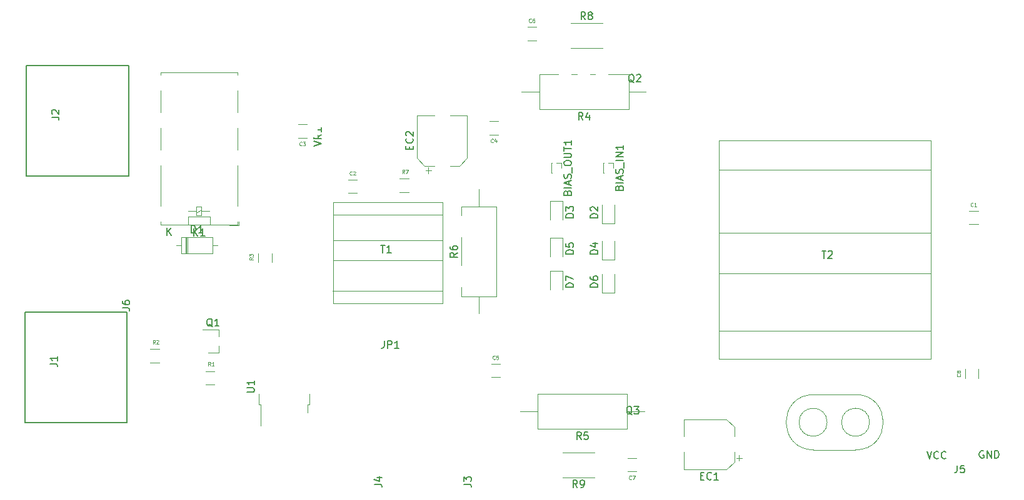
<source format=gto>
G04 #@! TF.GenerationSoftware,KiCad,Pcbnew,5.1.12-unknown-nightly-202112011503*
G04 #@! TF.CreationDate,2022-01-19T18:07:55-06:00*
G04 #@! TF.ProjectId,70W-Amplifier,3730572d-416d-4706-9c69-666965722e6b,rev?*
G04 #@! TF.SameCoordinates,Original*
G04 #@! TF.FileFunction,Legend,Top*
G04 #@! TF.FilePolarity,Positive*
%FSLAX46Y46*%
G04 Gerber Fmt 4.6, Leading zero omitted, Abs format (unit mm)*
G04 Created by KiCad (PCBNEW 5.1.12-unknown-nightly-202112011503) date 2022-01-19 18:07:55*
%MOMM*%
%LPD*%
G01*
G04 APERTURE LIST*
%ADD10C,0.120000*%
%ADD11C,0.127000*%
%ADD12C,0.150000*%
%ADD13C,0.125000*%
%ADD14C,0.124968*%
%ADD15R,0.450000X0.600000*%
%ADD16R,0.850000X0.850000*%
%ADD17C,3.000000*%
%ADD18R,3.000000X3.500000*%
%ADD19R,3.500000X3.000000*%
%ADD20R,3.000000X2.000000*%
%ADD21R,2.200000X3.000000*%
%ADD22R,1.750000X3.000000*%
%ADD23R,4.000000X4.000000*%
%ADD24R,0.900000X0.800000*%
%ADD25R,3.000000X3.000000*%
%ADD26R,5.800000X6.400000*%
%ADD27R,1.200000X2.200000*%
%ADD28O,2.819200X1.511200*%
%ADD29C,3.419200*%
%ADD30R,3.250000X1.500000*%
%ADD31O,1.600000X1.600000*%
%ADD32R,1.600000X1.600000*%
G04 APERTURE END LIST*
D10*
X149350000Y-84450000D02*
X147650000Y-84450000D01*
X147650000Y-84450000D02*
X147650000Y-87000000D01*
X149350000Y-84450000D02*
X149350000Y-87000000D01*
X154650000Y-87450000D02*
X156350000Y-87450000D01*
X156350000Y-87450000D02*
X156350000Y-84900000D01*
X154650000Y-87450000D02*
X154650000Y-84900000D01*
X149350000Y-79950000D02*
X147650000Y-79950000D01*
X147650000Y-79950000D02*
X147650000Y-82500000D01*
X149350000Y-79950000D02*
X149350000Y-82500000D01*
X154650000Y-82950000D02*
X156350000Y-82950000D01*
X156350000Y-82950000D02*
X156350000Y-80400000D01*
X154650000Y-82950000D02*
X154650000Y-80400000D01*
X149350000Y-75000000D02*
X147650000Y-75000000D01*
X147650000Y-75000000D02*
X147650000Y-77550000D01*
X149350000Y-75000000D02*
X149350000Y-77550000D01*
X154650000Y-78050000D02*
X156350000Y-78050000D01*
X156350000Y-78050000D02*
X156350000Y-75500000D01*
X154650000Y-78050000D02*
X154650000Y-75500000D01*
X147815000Y-69805000D02*
X147815000Y-71195000D01*
X147815000Y-69805000D02*
X147940000Y-69805000D01*
X147815000Y-71195000D02*
X147940000Y-71195000D01*
X147815000Y-69805000D02*
X147815000Y-69891724D01*
X147815000Y-71108276D02*
X147815000Y-71195000D01*
X148500000Y-69805000D02*
X149185000Y-69805000D01*
X149185000Y-69805000D02*
X149185000Y-70500000D01*
X154815000Y-69805000D02*
X154815000Y-71195000D01*
X154815000Y-69805000D02*
X154940000Y-69805000D01*
X154815000Y-71195000D02*
X154940000Y-71195000D01*
X154815000Y-69805000D02*
X154815000Y-69891724D01*
X154815000Y-71108276D02*
X154815000Y-71195000D01*
X155500000Y-69805000D02*
X156185000Y-69805000D01*
X156185000Y-69805000D02*
X156185000Y-70500000D01*
X203840000Y-99002064D02*
X203840000Y-97797936D01*
X205660000Y-99002064D02*
X205660000Y-97797936D01*
X136410000Y-63390000D02*
X134060000Y-63390000D01*
X129590000Y-63390000D02*
X131940000Y-63390000D01*
X129590000Y-69145563D02*
X129590000Y-63390000D01*
X136410000Y-69145563D02*
X136410000Y-63390000D01*
X135345563Y-70210000D02*
X134060000Y-70210000D01*
X130654437Y-70210000D02*
X131940000Y-70210000D01*
X130654437Y-70210000D02*
X129590000Y-69145563D01*
X135345563Y-70210000D02*
X136410000Y-69145563D01*
X131152500Y-71237500D02*
X131152500Y-70450000D01*
X130758750Y-70843750D02*
X131546250Y-70843750D01*
X190910000Y-105000000D02*
G75*
G03*
X190910000Y-105000000I-1900000J0D01*
G01*
X189054000Y-101250000D02*
X183354000Y-101250000D01*
X188960000Y-108750000D02*
X183260000Y-108750000D01*
X185160000Y-105000000D02*
G75*
G03*
X185160000Y-105000000I-1900000J0D01*
G01*
X183354000Y-101250000D02*
G75*
G03*
X183354000Y-108750000I0J-3750000D01*
G01*
X189010000Y-101250000D02*
G75*
G02*
X189010000Y-108750000I0J-3750000D01*
G01*
X138000000Y-73120000D02*
X138000000Y-75770000D01*
X138000000Y-90560000D02*
X138000000Y-87910000D01*
X135630000Y-75770000D02*
X135630000Y-87910000D01*
X140370000Y-75770000D02*
X135630000Y-75770000D01*
X140370000Y-87910000D02*
X140370000Y-75770000D01*
X135630000Y-87910000D02*
X140370000Y-87910000D01*
X143294000Y-103500000D02*
X145944000Y-103500000D01*
X160734000Y-103500000D02*
X158084000Y-103500000D01*
X145944000Y-105870000D02*
X158084000Y-105870000D01*
X145944000Y-101130000D02*
X145944000Y-105870000D01*
X158084000Y-101130000D02*
X145944000Y-101130000D01*
X158084000Y-105870000D02*
X158084000Y-101130000D01*
X143532000Y-60158000D02*
X146182000Y-60158000D01*
X160972000Y-60158000D02*
X158322000Y-60158000D01*
X146182000Y-62528000D02*
X158322000Y-62528000D01*
X146182000Y-57788000D02*
X146182000Y-62528000D01*
X158322000Y-57788000D02*
X146182000Y-57788000D01*
X158322000Y-62528000D02*
X158322000Y-57788000D01*
X99736000Y-76970000D02*
X100436000Y-76970000D01*
X99736000Y-75770000D02*
X99736000Y-76970000D01*
X100436000Y-75770000D02*
X99736000Y-75770000D01*
X100436000Y-76970000D02*
X100436000Y-75770000D01*
X100436000Y-76170000D02*
X99736000Y-76570000D01*
X99736000Y-76340000D02*
X98636000Y-76340000D01*
X100436000Y-76340000D02*
X101536000Y-76340000D01*
X98606000Y-77120000D02*
X98606000Y-78180000D01*
X101606000Y-77120000D02*
X98606000Y-77120000D01*
X101606000Y-78180000D02*
X101606000Y-77140000D01*
X94906000Y-78180000D02*
X105286000Y-78180000D01*
X94906000Y-57590000D02*
X94906000Y-78180000D01*
X105286000Y-57590000D02*
X94906000Y-57590000D01*
X105286000Y-78180000D02*
X105286000Y-57590000D01*
X105446000Y-77030000D02*
X105446000Y-78330000D01*
X105446000Y-78330000D02*
X104236000Y-78330000D01*
X153667064Y-112494000D02*
X149312936Y-112494000D01*
X153667064Y-109074000D02*
X149312936Y-109074000D01*
X150401436Y-50828000D02*
X154755564Y-50828000D01*
X150401436Y-54248000D02*
X154755564Y-54248000D01*
X159334064Y-109874000D02*
X158129936Y-109874000D01*
X159334064Y-111694000D02*
X158129936Y-111694000D01*
X144571936Y-53194000D02*
X145776064Y-53194000D01*
X144571936Y-51374000D02*
X145776064Y-51374000D01*
X199200000Y-96400000D02*
X170500000Y-96400000D01*
X170500000Y-96400000D02*
X170500000Y-66800000D01*
X170500000Y-66800000D02*
X199200000Y-66800000D01*
X199200000Y-66800000D02*
X199200000Y-96400000D01*
X199200000Y-92600000D02*
X170500000Y-92600000D01*
X199200000Y-84800000D02*
X170500000Y-84800000D01*
X199200000Y-79300000D02*
X170500000Y-79300000D01*
X199200000Y-70800000D02*
X170500000Y-70800000D01*
X102760000Y-95580000D02*
X102760000Y-94650000D01*
X102760000Y-92420000D02*
X102760000Y-93350000D01*
X102760000Y-92420000D02*
X100600000Y-92420000D01*
X102760000Y-95580000D02*
X101300000Y-95580000D01*
X118262000Y-75166000D02*
X133062000Y-75166000D01*
X133062000Y-75166000D02*
X133062000Y-88866000D01*
X133062000Y-88866000D02*
X118262000Y-88866000D01*
X118262000Y-88866000D02*
X118262000Y-75166000D01*
X118262000Y-76866000D02*
X133062000Y-76866000D01*
X118262000Y-80366000D02*
X133062000Y-80366000D01*
X118262000Y-83066000D02*
X133062000Y-83066000D01*
X118162000Y-87166000D02*
X133062000Y-87166000D01*
X108168000Y-101126000D02*
X108168000Y-102626000D01*
X108168000Y-102626000D02*
X108438000Y-102626000D01*
X108438000Y-102626000D02*
X108438000Y-105456000D01*
X115068000Y-101126000D02*
X115068000Y-102626000D01*
X115068000Y-102626000D02*
X114798000Y-102626000D01*
X114798000Y-102626000D02*
X114798000Y-103726000D01*
D11*
X90551800Y-71573000D02*
X90551800Y-56587000D01*
X76708800Y-71573000D02*
X90551800Y-71573000D01*
X90551800Y-56587000D02*
X76708800Y-56587000D01*
X76708800Y-56587000D02*
X76708800Y-71573000D01*
X90347800Y-105029000D02*
X90347800Y-90043000D01*
X76504800Y-105029000D02*
X90347800Y-105029000D01*
X90347800Y-90043000D02*
X76504800Y-90043000D01*
X76504800Y-90043000D02*
X76504800Y-105029000D01*
D10*
X127270936Y-71967000D02*
X128475064Y-71967000D01*
X127270936Y-73787000D02*
X128475064Y-73787000D01*
X108133000Y-83295064D02*
X108133000Y-82090936D01*
X109953000Y-83295064D02*
X109953000Y-82090936D01*
X93497936Y-95090000D02*
X94702064Y-95090000D01*
X93497936Y-96910000D02*
X94702064Y-96910000D01*
X100997936Y-98090000D02*
X102202064Y-98090000D01*
X100997936Y-99910000D02*
X102202064Y-99910000D01*
X165790000Y-104590000D02*
X165790000Y-106940000D01*
X165790000Y-111410000D02*
X165790000Y-109060000D01*
X171545563Y-111410000D02*
X165790000Y-111410000D01*
X171545563Y-104590000D02*
X165790000Y-104590000D01*
X172610000Y-105654437D02*
X172610000Y-106940000D01*
X172610000Y-110345563D02*
X172610000Y-109060000D01*
X172610000Y-110345563D02*
X171545563Y-111410000D01*
X172610000Y-105654437D02*
X171545563Y-104590000D01*
X173637500Y-109847500D02*
X172850000Y-109847500D01*
X173243750Y-110241250D02*
X173243750Y-109453750D01*
X97690000Y-79880000D02*
X97690000Y-82120000D01*
X97690000Y-82120000D02*
X101930000Y-82120000D01*
X101930000Y-82120000D02*
X101930000Y-79880000D01*
X101930000Y-79880000D02*
X97690000Y-79880000D01*
X97040000Y-81000000D02*
X97690000Y-81000000D01*
X102580000Y-81000000D02*
X101930000Y-81000000D01*
X98410000Y-79880000D02*
X98410000Y-82120000D01*
X98530000Y-79880000D02*
X98530000Y-82120000D01*
X98290000Y-79880000D02*
X98290000Y-82120000D01*
X139647936Y-98910000D02*
X140852064Y-98910000D01*
X139647936Y-97090000D02*
X140852064Y-97090000D01*
X140598064Y-64182000D02*
X139393936Y-64182000D01*
X140598064Y-66002000D02*
X139393936Y-66002000D01*
X114702064Y-64590000D02*
X113497936Y-64590000D01*
X114702064Y-66410000D02*
X113497936Y-66410000D01*
X120297936Y-73910000D02*
X121502064Y-73910000D01*
X120297936Y-72090000D02*
X121502064Y-72090000D01*
X204397936Y-78160000D02*
X205602064Y-78160000D01*
X204397936Y-76340000D02*
X205602064Y-76340000D01*
D12*
X150802380Y-86688095D02*
X149802380Y-86688095D01*
X149802380Y-86450000D01*
X149850000Y-86307142D01*
X149945238Y-86211904D01*
X150040476Y-86164285D01*
X150230952Y-86116666D01*
X150373809Y-86116666D01*
X150564285Y-86164285D01*
X150659523Y-86211904D01*
X150754761Y-86307142D01*
X150802380Y-86450000D01*
X150802380Y-86688095D01*
X149802380Y-85783333D02*
X149802380Y-85116666D01*
X150802380Y-85545238D01*
X154102380Y-86688095D02*
X153102380Y-86688095D01*
X153102380Y-86450000D01*
X153150000Y-86307142D01*
X153245238Y-86211904D01*
X153340476Y-86164285D01*
X153530952Y-86116666D01*
X153673809Y-86116666D01*
X153864285Y-86164285D01*
X153959523Y-86211904D01*
X154054761Y-86307142D01*
X154102380Y-86450000D01*
X154102380Y-86688095D01*
X153102380Y-85259523D02*
X153102380Y-85450000D01*
X153150000Y-85545238D01*
X153197619Y-85592857D01*
X153340476Y-85688095D01*
X153530952Y-85735714D01*
X153911904Y-85735714D01*
X154007142Y-85688095D01*
X154054761Y-85640476D01*
X154102380Y-85545238D01*
X154102380Y-85354761D01*
X154054761Y-85259523D01*
X154007142Y-85211904D01*
X153911904Y-85164285D01*
X153673809Y-85164285D01*
X153578571Y-85211904D01*
X153530952Y-85259523D01*
X153483333Y-85354761D01*
X153483333Y-85545238D01*
X153530952Y-85640476D01*
X153578571Y-85688095D01*
X153673809Y-85735714D01*
X150802380Y-82188095D02*
X149802380Y-82188095D01*
X149802380Y-81950000D01*
X149850000Y-81807142D01*
X149945238Y-81711904D01*
X150040476Y-81664285D01*
X150230952Y-81616666D01*
X150373809Y-81616666D01*
X150564285Y-81664285D01*
X150659523Y-81711904D01*
X150754761Y-81807142D01*
X150802380Y-81950000D01*
X150802380Y-82188095D01*
X149802380Y-80711904D02*
X149802380Y-81188095D01*
X150278571Y-81235714D01*
X150230952Y-81188095D01*
X150183333Y-81092857D01*
X150183333Y-80854761D01*
X150230952Y-80759523D01*
X150278571Y-80711904D01*
X150373809Y-80664285D01*
X150611904Y-80664285D01*
X150707142Y-80711904D01*
X150754761Y-80759523D01*
X150802380Y-80854761D01*
X150802380Y-81092857D01*
X150754761Y-81188095D01*
X150707142Y-81235714D01*
X154102380Y-82188095D02*
X153102380Y-82188095D01*
X153102380Y-81950000D01*
X153150000Y-81807142D01*
X153245238Y-81711904D01*
X153340476Y-81664285D01*
X153530952Y-81616666D01*
X153673809Y-81616666D01*
X153864285Y-81664285D01*
X153959523Y-81711904D01*
X154054761Y-81807142D01*
X154102380Y-81950000D01*
X154102380Y-82188095D01*
X153435714Y-80759523D02*
X154102380Y-80759523D01*
X153054761Y-80997619D02*
X153769047Y-81235714D01*
X153769047Y-80616666D01*
X150802380Y-77238095D02*
X149802380Y-77238095D01*
X149802380Y-77000000D01*
X149850000Y-76857142D01*
X149945238Y-76761904D01*
X150040476Y-76714285D01*
X150230952Y-76666666D01*
X150373809Y-76666666D01*
X150564285Y-76714285D01*
X150659523Y-76761904D01*
X150754761Y-76857142D01*
X150802380Y-77000000D01*
X150802380Y-77238095D01*
X149802380Y-76333333D02*
X149802380Y-75714285D01*
X150183333Y-76047619D01*
X150183333Y-75904761D01*
X150230952Y-75809523D01*
X150278571Y-75761904D01*
X150373809Y-75714285D01*
X150611904Y-75714285D01*
X150707142Y-75761904D01*
X150754761Y-75809523D01*
X150802380Y-75904761D01*
X150802380Y-76190476D01*
X150754761Y-76285714D01*
X150707142Y-76333333D01*
X154102380Y-77288095D02*
X153102380Y-77288095D01*
X153102380Y-77050000D01*
X153150000Y-76907142D01*
X153245238Y-76811904D01*
X153340476Y-76764285D01*
X153530952Y-76716666D01*
X153673809Y-76716666D01*
X153864285Y-76764285D01*
X153959523Y-76811904D01*
X154054761Y-76907142D01*
X154102380Y-77050000D01*
X154102380Y-77288095D01*
X153197619Y-76335714D02*
X153150000Y-76288095D01*
X153102380Y-76192857D01*
X153102380Y-75954761D01*
X153150000Y-75859523D01*
X153197619Y-75811904D01*
X153292857Y-75764285D01*
X153388095Y-75764285D01*
X153530952Y-75811904D01*
X154102380Y-76383333D01*
X154102380Y-75764285D01*
X149988571Y-73857142D02*
X150036190Y-73714285D01*
X150083809Y-73666666D01*
X150179047Y-73619047D01*
X150321904Y-73619047D01*
X150417142Y-73666666D01*
X150464761Y-73714285D01*
X150512380Y-73809523D01*
X150512380Y-74190476D01*
X149512380Y-74190476D01*
X149512380Y-73857142D01*
X149560000Y-73761904D01*
X149607619Y-73714285D01*
X149702857Y-73666666D01*
X149798095Y-73666666D01*
X149893333Y-73714285D01*
X149940952Y-73761904D01*
X149988571Y-73857142D01*
X149988571Y-74190476D01*
X150512380Y-73190476D02*
X149512380Y-73190476D01*
X150226666Y-72761904D02*
X150226666Y-72285714D01*
X150512380Y-72857142D02*
X149512380Y-72523809D01*
X150512380Y-72190476D01*
X150464761Y-71904761D02*
X150512380Y-71761904D01*
X150512380Y-71523809D01*
X150464761Y-71428571D01*
X150417142Y-71380952D01*
X150321904Y-71333333D01*
X150226666Y-71333333D01*
X150131428Y-71380952D01*
X150083809Y-71428571D01*
X150036190Y-71523809D01*
X149988571Y-71714285D01*
X149940952Y-71809523D01*
X149893333Y-71857142D01*
X149798095Y-71904761D01*
X149702857Y-71904761D01*
X149607619Y-71857142D01*
X149560000Y-71809523D01*
X149512380Y-71714285D01*
X149512380Y-71476190D01*
X149560000Y-71333333D01*
X150607619Y-71142857D02*
X150607619Y-70380952D01*
X149512380Y-69952380D02*
X149512380Y-69761904D01*
X149560000Y-69666666D01*
X149655238Y-69571428D01*
X149845714Y-69523809D01*
X150179047Y-69523809D01*
X150369523Y-69571428D01*
X150464761Y-69666666D01*
X150512380Y-69761904D01*
X150512380Y-69952380D01*
X150464761Y-70047619D01*
X150369523Y-70142857D01*
X150179047Y-70190476D01*
X149845714Y-70190476D01*
X149655238Y-70142857D01*
X149560000Y-70047619D01*
X149512380Y-69952380D01*
X149512380Y-69095238D02*
X150321904Y-69095238D01*
X150417142Y-69047619D01*
X150464761Y-69000000D01*
X150512380Y-68904761D01*
X150512380Y-68714285D01*
X150464761Y-68619047D01*
X150417142Y-68571428D01*
X150321904Y-68523809D01*
X149512380Y-68523809D01*
X149512380Y-68190476D02*
X149512380Y-67619047D01*
X150512380Y-67904761D02*
X149512380Y-67904761D01*
X150512380Y-66761904D02*
X150512380Y-67333333D01*
X150512380Y-67047619D02*
X149512380Y-67047619D01*
X149655238Y-67142857D01*
X149750476Y-67238095D01*
X149798095Y-67333333D01*
X156988571Y-73190476D02*
X157036190Y-73047619D01*
X157083809Y-73000000D01*
X157179047Y-72952380D01*
X157321904Y-72952380D01*
X157417142Y-73000000D01*
X157464761Y-73047619D01*
X157512380Y-73142857D01*
X157512380Y-73523809D01*
X156512380Y-73523809D01*
X156512380Y-73190476D01*
X156560000Y-73095238D01*
X156607619Y-73047619D01*
X156702857Y-73000000D01*
X156798095Y-73000000D01*
X156893333Y-73047619D01*
X156940952Y-73095238D01*
X156988571Y-73190476D01*
X156988571Y-73523809D01*
X157512380Y-72523809D02*
X156512380Y-72523809D01*
X157226666Y-72095238D02*
X157226666Y-71619047D01*
X157512380Y-72190476D02*
X156512380Y-71857142D01*
X157512380Y-71523809D01*
X157464761Y-71238095D02*
X157512380Y-71095238D01*
X157512380Y-70857142D01*
X157464761Y-70761904D01*
X157417142Y-70714285D01*
X157321904Y-70666666D01*
X157226666Y-70666666D01*
X157131428Y-70714285D01*
X157083809Y-70761904D01*
X157036190Y-70857142D01*
X156988571Y-71047619D01*
X156940952Y-71142857D01*
X156893333Y-71190476D01*
X156798095Y-71238095D01*
X156702857Y-71238095D01*
X156607619Y-71190476D01*
X156560000Y-71142857D01*
X156512380Y-71047619D01*
X156512380Y-70809523D01*
X156560000Y-70666666D01*
X157607619Y-70476190D02*
X157607619Y-69714285D01*
X157512380Y-69476190D02*
X156512380Y-69476190D01*
X157512380Y-69000000D02*
X156512380Y-69000000D01*
X157512380Y-68428571D01*
X156512380Y-68428571D01*
X157512380Y-67428571D02*
X157512380Y-68000000D01*
X157512380Y-67714285D02*
X156512380Y-67714285D01*
X156655238Y-67809523D01*
X156750476Y-67904761D01*
X156798095Y-68000000D01*
D13*
X203178571Y-98483333D02*
X203202380Y-98507142D01*
X203226190Y-98578571D01*
X203226190Y-98626190D01*
X203202380Y-98697619D01*
X203154761Y-98745238D01*
X203107142Y-98769047D01*
X203011904Y-98792857D01*
X202940476Y-98792857D01*
X202845238Y-98769047D01*
X202797619Y-98745238D01*
X202750000Y-98697619D01*
X202726190Y-98626190D01*
X202726190Y-98578571D01*
X202750000Y-98507142D01*
X202773809Y-98483333D01*
X202940476Y-98197619D02*
X202916666Y-98245238D01*
X202892857Y-98269047D01*
X202845238Y-98292857D01*
X202821428Y-98292857D01*
X202773809Y-98269047D01*
X202750000Y-98245238D01*
X202726190Y-98197619D01*
X202726190Y-98102380D01*
X202750000Y-98054761D01*
X202773809Y-98030952D01*
X202821428Y-98007142D01*
X202845238Y-98007142D01*
X202892857Y-98030952D01*
X202916666Y-98054761D01*
X202940476Y-98102380D01*
X202940476Y-98197619D01*
X202964285Y-98245238D01*
X202988095Y-98269047D01*
X203035714Y-98292857D01*
X203130952Y-98292857D01*
X203178571Y-98269047D01*
X203202380Y-98245238D01*
X203226190Y-98197619D01*
X203226190Y-98102380D01*
X203202380Y-98054761D01*
X203178571Y-98030952D01*
X203130952Y-98007142D01*
X203035714Y-98007142D01*
X202988095Y-98030952D01*
X202964285Y-98054761D01*
X202940476Y-98102380D01*
D12*
X128578571Y-67990476D02*
X128578571Y-67657142D01*
X129102380Y-67514285D02*
X129102380Y-67990476D01*
X128102380Y-67990476D01*
X128102380Y-67514285D01*
X129007142Y-66514285D02*
X129054761Y-66561904D01*
X129102380Y-66704761D01*
X129102380Y-66800000D01*
X129054761Y-66942857D01*
X128959523Y-67038095D01*
X128864285Y-67085714D01*
X128673809Y-67133333D01*
X128530952Y-67133333D01*
X128340476Y-67085714D01*
X128245238Y-67038095D01*
X128150000Y-66942857D01*
X128102380Y-66800000D01*
X128102380Y-66704761D01*
X128150000Y-66561904D01*
X128197619Y-66514285D01*
X128197619Y-66133333D02*
X128150000Y-66085714D01*
X128102380Y-65990476D01*
X128102380Y-65752380D01*
X128150000Y-65657142D01*
X128197619Y-65609523D01*
X128292857Y-65561904D01*
X128388095Y-65561904D01*
X128530952Y-65609523D01*
X129102380Y-66180952D01*
X129102380Y-65561904D01*
X89705540Y-89474533D02*
X90419826Y-89474533D01*
X90562683Y-89522152D01*
X90657921Y-89617390D01*
X90705540Y-89760247D01*
X90705540Y-89855485D01*
X89705540Y-88569771D02*
X89705540Y-88760247D01*
X89753160Y-88855485D01*
X89800779Y-88903104D01*
X89943636Y-88998342D01*
X90134112Y-89045961D01*
X90515064Y-89045961D01*
X90610302Y-88998342D01*
X90657921Y-88950723D01*
X90705540Y-88855485D01*
X90705540Y-88665009D01*
X90657921Y-88569771D01*
X90610302Y-88522152D01*
X90515064Y-88474533D01*
X90276969Y-88474533D01*
X90181731Y-88522152D01*
X90134112Y-88569771D01*
X90086493Y-88665009D01*
X90086493Y-88855485D01*
X90134112Y-88950723D01*
X90181731Y-88998342D01*
X90276969Y-89045961D01*
X202766666Y-110852380D02*
X202766666Y-111566666D01*
X202719047Y-111709523D01*
X202623809Y-111804761D01*
X202480952Y-111852380D01*
X202385714Y-111852380D01*
X203719047Y-110852380D02*
X203242857Y-110852380D01*
X203195238Y-111328571D01*
X203242857Y-111280952D01*
X203338095Y-111233333D01*
X203576190Y-111233333D01*
X203671428Y-111280952D01*
X203719047Y-111328571D01*
X203766666Y-111423809D01*
X203766666Y-111661904D01*
X203719047Y-111757142D01*
X203671428Y-111804761D01*
X203576190Y-111852380D01*
X203338095Y-111852380D01*
X203242857Y-111804761D01*
X203195238Y-111757142D01*
X198666666Y-108952380D02*
X199000000Y-109952380D01*
X199333333Y-108952380D01*
X200238095Y-109857142D02*
X200190476Y-109904761D01*
X200047619Y-109952380D01*
X199952380Y-109952380D01*
X199809523Y-109904761D01*
X199714285Y-109809523D01*
X199666666Y-109714285D01*
X199619047Y-109523809D01*
X199619047Y-109380952D01*
X199666666Y-109190476D01*
X199714285Y-109095238D01*
X199809523Y-109000000D01*
X199952380Y-108952380D01*
X200047619Y-108952380D01*
X200190476Y-109000000D01*
X200238095Y-109047619D01*
X201238095Y-109857142D02*
X201190476Y-109904761D01*
X201047619Y-109952380D01*
X200952380Y-109952380D01*
X200809523Y-109904761D01*
X200714285Y-109809523D01*
X200666666Y-109714285D01*
X200619047Y-109523809D01*
X200619047Y-109380952D01*
X200666666Y-109190476D01*
X200714285Y-109095238D01*
X200809523Y-109000000D01*
X200952380Y-108952380D01*
X201047619Y-108952380D01*
X201190476Y-109000000D01*
X201238095Y-109047619D01*
X206338095Y-108900000D02*
X206242857Y-108852380D01*
X206100000Y-108852380D01*
X205957142Y-108900000D01*
X205861904Y-108995238D01*
X205814285Y-109090476D01*
X205766666Y-109280952D01*
X205766666Y-109423809D01*
X205814285Y-109614285D01*
X205861904Y-109709523D01*
X205957142Y-109804761D01*
X206100000Y-109852380D01*
X206195238Y-109852380D01*
X206338095Y-109804761D01*
X206385714Y-109757142D01*
X206385714Y-109423809D01*
X206195238Y-109423809D01*
X206814285Y-109852380D02*
X206814285Y-108852380D01*
X207385714Y-109852380D01*
X207385714Y-108852380D01*
X207861904Y-109852380D02*
X207861904Y-108852380D01*
X208100000Y-108852380D01*
X208242857Y-108900000D01*
X208338095Y-108995238D01*
X208385714Y-109090476D01*
X208433333Y-109280952D01*
X208433333Y-109423809D01*
X208385714Y-109614285D01*
X208338095Y-109709523D01*
X208242857Y-109804761D01*
X208100000Y-109852380D01*
X207861904Y-109852380D01*
X178462380Y-105416666D02*
X178462380Y-105892857D01*
X177462380Y-105892857D01*
X178462380Y-104559523D02*
X178462380Y-105130952D01*
X178462380Y-104845238D02*
X177462380Y-104845238D01*
X177605238Y-104940476D01*
X177700476Y-105035714D01*
X177748095Y-105130952D01*
X135082380Y-82006666D02*
X134606190Y-82340000D01*
X135082380Y-82578095D02*
X134082380Y-82578095D01*
X134082380Y-82197142D01*
X134130000Y-82101904D01*
X134177619Y-82054285D01*
X134272857Y-82006666D01*
X134415714Y-82006666D01*
X134510952Y-82054285D01*
X134558571Y-82101904D01*
X134606190Y-82197142D01*
X134606190Y-82578095D01*
X134082380Y-81149523D02*
X134082380Y-81340000D01*
X134130000Y-81435238D01*
X134177619Y-81482857D01*
X134320476Y-81578095D01*
X134510952Y-81625714D01*
X134891904Y-81625714D01*
X134987142Y-81578095D01*
X135034761Y-81530476D01*
X135082380Y-81435238D01*
X135082380Y-81244761D01*
X135034761Y-81149523D01*
X134987142Y-81101904D01*
X134891904Y-81054285D01*
X134653809Y-81054285D01*
X134558571Y-81101904D01*
X134510952Y-81149523D01*
X134463333Y-81244761D01*
X134463333Y-81435238D01*
X134510952Y-81530476D01*
X134558571Y-81578095D01*
X134653809Y-81625714D01*
X151847333Y-107322380D02*
X151514000Y-106846190D01*
X151275904Y-107322380D02*
X151275904Y-106322380D01*
X151656857Y-106322380D01*
X151752095Y-106370000D01*
X151799714Y-106417619D01*
X151847333Y-106512857D01*
X151847333Y-106655714D01*
X151799714Y-106750952D01*
X151752095Y-106798571D01*
X151656857Y-106846190D01*
X151275904Y-106846190D01*
X152752095Y-106322380D02*
X152275904Y-106322380D01*
X152228285Y-106798571D01*
X152275904Y-106750952D01*
X152371142Y-106703333D01*
X152609238Y-106703333D01*
X152704476Y-106750952D01*
X152752095Y-106798571D01*
X152799714Y-106893809D01*
X152799714Y-107131904D01*
X152752095Y-107227142D01*
X152704476Y-107274761D01*
X152609238Y-107322380D01*
X152371142Y-107322380D01*
X152275904Y-107274761D01*
X152228285Y-107227142D01*
X152085333Y-63980380D02*
X151752000Y-63504190D01*
X151513904Y-63980380D02*
X151513904Y-62980380D01*
X151894857Y-62980380D01*
X151990095Y-63028000D01*
X152037714Y-63075619D01*
X152085333Y-63170857D01*
X152085333Y-63313714D01*
X152037714Y-63408952D01*
X151990095Y-63456571D01*
X151894857Y-63504190D01*
X151513904Y-63504190D01*
X152942476Y-63313714D02*
X152942476Y-63980380D01*
X152704380Y-62932761D02*
X152466285Y-63647047D01*
X153085333Y-63647047D01*
X99357904Y-79732380D02*
X99357904Y-78732380D01*
X99929333Y-79732380D02*
X99500761Y-79160952D01*
X99929333Y-78732380D02*
X99357904Y-79303809D01*
X100881714Y-79732380D02*
X100310285Y-79732380D01*
X100596000Y-79732380D02*
X100596000Y-78732380D01*
X100500761Y-78875238D01*
X100405523Y-78970476D01*
X100310285Y-79018095D01*
X115682380Y-67547523D02*
X116682380Y-67214190D01*
X115682380Y-66880857D01*
X116682380Y-65976095D02*
X116206190Y-66309428D01*
X116682380Y-66547523D02*
X115682380Y-66547523D01*
X115682380Y-66166571D01*
X115730000Y-66071333D01*
X115777619Y-66023714D01*
X115872857Y-65976095D01*
X116015714Y-65976095D01*
X116110952Y-66023714D01*
X116158571Y-66071333D01*
X116206190Y-66166571D01*
X116206190Y-66547523D01*
X116682380Y-65023714D02*
X116682380Y-65595142D01*
X116682380Y-65309428D02*
X115682380Y-65309428D01*
X115825238Y-65404666D01*
X115920476Y-65499904D01*
X115968095Y-65595142D01*
X151323333Y-113856380D02*
X150990000Y-113380190D01*
X150751904Y-113856380D02*
X150751904Y-112856380D01*
X151132857Y-112856380D01*
X151228095Y-112904000D01*
X151275714Y-112951619D01*
X151323333Y-113046857D01*
X151323333Y-113189714D01*
X151275714Y-113284952D01*
X151228095Y-113332571D01*
X151132857Y-113380190D01*
X150751904Y-113380190D01*
X151799523Y-113856380D02*
X151990000Y-113856380D01*
X152085238Y-113808761D01*
X152132857Y-113761142D01*
X152228095Y-113618285D01*
X152275714Y-113427809D01*
X152275714Y-113046857D01*
X152228095Y-112951619D01*
X152180476Y-112904000D01*
X152085238Y-112856380D01*
X151894761Y-112856380D01*
X151799523Y-112904000D01*
X151751904Y-112951619D01*
X151704285Y-113046857D01*
X151704285Y-113284952D01*
X151751904Y-113380190D01*
X151799523Y-113427809D01*
X151894761Y-113475428D01*
X152085238Y-113475428D01*
X152180476Y-113427809D01*
X152228095Y-113380190D01*
X152275714Y-113284952D01*
X152411833Y-50370380D02*
X152078500Y-49894190D01*
X151840404Y-50370380D02*
X151840404Y-49370380D01*
X152221357Y-49370380D01*
X152316595Y-49418000D01*
X152364214Y-49465619D01*
X152411833Y-49560857D01*
X152411833Y-49703714D01*
X152364214Y-49798952D01*
X152316595Y-49846571D01*
X152221357Y-49894190D01*
X151840404Y-49894190D01*
X152983261Y-49798952D02*
X152888023Y-49751333D01*
X152840404Y-49703714D01*
X152792785Y-49608476D01*
X152792785Y-49560857D01*
X152840404Y-49465619D01*
X152888023Y-49418000D01*
X152983261Y-49370380D01*
X153173738Y-49370380D01*
X153268976Y-49418000D01*
X153316595Y-49465619D01*
X153364214Y-49560857D01*
X153364214Y-49608476D01*
X153316595Y-49703714D01*
X153268976Y-49751333D01*
X153173738Y-49798952D01*
X152983261Y-49798952D01*
X152888023Y-49846571D01*
X152840404Y-49894190D01*
X152792785Y-49989428D01*
X152792785Y-50179904D01*
X152840404Y-50275142D01*
X152888023Y-50322761D01*
X152983261Y-50370380D01*
X153173738Y-50370380D01*
X153268976Y-50322761D01*
X153316595Y-50275142D01*
X153364214Y-50179904D01*
X153364214Y-49989428D01*
X153316595Y-49894190D01*
X153268976Y-49846571D01*
X153173738Y-49798952D01*
D13*
X158648666Y-112712571D02*
X158624857Y-112736380D01*
X158553428Y-112760190D01*
X158505809Y-112760190D01*
X158434380Y-112736380D01*
X158386761Y-112688761D01*
X158362952Y-112641142D01*
X158339142Y-112545904D01*
X158339142Y-112474476D01*
X158362952Y-112379238D01*
X158386761Y-112331619D01*
X158434380Y-112284000D01*
X158505809Y-112260190D01*
X158553428Y-112260190D01*
X158624857Y-112284000D01*
X158648666Y-112307809D01*
X158815333Y-112260190D02*
X159148666Y-112260190D01*
X158934380Y-112760190D01*
X145090666Y-50712571D02*
X145066857Y-50736380D01*
X144995428Y-50760190D01*
X144947809Y-50760190D01*
X144876380Y-50736380D01*
X144828761Y-50688761D01*
X144804952Y-50641142D01*
X144781142Y-50545904D01*
X144781142Y-50474476D01*
X144804952Y-50379238D01*
X144828761Y-50331619D01*
X144876380Y-50284000D01*
X144947809Y-50260190D01*
X144995428Y-50260190D01*
X145066857Y-50284000D01*
X145090666Y-50307809D01*
X145519238Y-50260190D02*
X145424000Y-50260190D01*
X145376380Y-50284000D01*
X145352571Y-50307809D01*
X145304952Y-50379238D01*
X145281142Y-50474476D01*
X145281142Y-50664952D01*
X145304952Y-50712571D01*
X145328761Y-50736380D01*
X145376380Y-50760190D01*
X145471619Y-50760190D01*
X145519238Y-50736380D01*
X145543047Y-50712571D01*
X145566857Y-50664952D01*
X145566857Y-50545904D01*
X145543047Y-50498285D01*
X145519238Y-50474476D01*
X145471619Y-50450666D01*
X145376380Y-50450666D01*
X145328761Y-50474476D01*
X145304952Y-50498285D01*
X145281142Y-50545904D01*
D12*
X158732921Y-103965619D02*
X158637683Y-103918000D01*
X158542445Y-103822761D01*
X158399588Y-103679904D01*
X158304350Y-103632285D01*
X158209112Y-103632285D01*
X158256731Y-103870380D02*
X158161493Y-103822761D01*
X158066255Y-103727523D01*
X158018636Y-103537047D01*
X158018636Y-103203714D01*
X158066255Y-103013238D01*
X158161493Y-102918000D01*
X158256731Y-102870380D01*
X158447207Y-102870380D01*
X158542445Y-102918000D01*
X158637683Y-103013238D01*
X158685302Y-103203714D01*
X158685302Y-103537047D01*
X158637683Y-103727523D01*
X158542445Y-103822761D01*
X158447207Y-103870380D01*
X158256731Y-103870380D01*
X159018636Y-102870380D02*
X159637683Y-102870380D01*
X159304350Y-103251333D01*
X159447207Y-103251333D01*
X159542445Y-103298952D01*
X159590064Y-103346571D01*
X159637683Y-103441809D01*
X159637683Y-103679904D01*
X159590064Y-103775142D01*
X159542445Y-103822761D01*
X159447207Y-103870380D01*
X159161493Y-103870380D01*
X159066255Y-103822761D01*
X159018636Y-103775142D01*
X159014761Y-58927619D02*
X158919523Y-58880000D01*
X158824285Y-58784761D01*
X158681428Y-58641904D01*
X158586190Y-58594285D01*
X158490952Y-58594285D01*
X158538571Y-58832380D02*
X158443333Y-58784761D01*
X158348095Y-58689523D01*
X158300476Y-58499047D01*
X158300476Y-58165714D01*
X158348095Y-57975238D01*
X158443333Y-57880000D01*
X158538571Y-57832380D01*
X158729047Y-57832380D01*
X158824285Y-57880000D01*
X158919523Y-57975238D01*
X158967142Y-58165714D01*
X158967142Y-58499047D01*
X158919523Y-58689523D01*
X158824285Y-58784761D01*
X158729047Y-58832380D01*
X158538571Y-58832380D01*
X159348095Y-57927619D02*
X159395714Y-57880000D01*
X159490952Y-57832380D01*
X159729047Y-57832380D01*
X159824285Y-57880000D01*
X159871904Y-57927619D01*
X159919523Y-58022857D01*
X159919523Y-58118095D01*
X159871904Y-58260952D01*
X159300476Y-58832380D01*
X159919523Y-58832380D01*
X184438095Y-81752380D02*
X185009523Y-81752380D01*
X184723809Y-82752380D02*
X184723809Y-81752380D01*
X185295238Y-81847619D02*
X185342857Y-81800000D01*
X185438095Y-81752380D01*
X185676190Y-81752380D01*
X185771428Y-81800000D01*
X185819047Y-81847619D01*
X185866666Y-81942857D01*
X185866666Y-82038095D01*
X185819047Y-82180952D01*
X185247619Y-82752380D01*
X185866666Y-82752380D01*
X123858260Y-113414993D02*
X124572546Y-113414993D01*
X124715403Y-113462612D01*
X124810641Y-113557850D01*
X124858260Y-113700707D01*
X124858260Y-113795945D01*
X124191594Y-112510231D02*
X124858260Y-112510231D01*
X123810641Y-112748326D02*
X124524927Y-112986421D01*
X124524927Y-112367374D01*
X135957960Y-113402293D02*
X136672246Y-113402293D01*
X136815103Y-113449912D01*
X136910341Y-113545150D01*
X136957960Y-113688007D01*
X136957960Y-113783245D01*
X135957960Y-113021340D02*
X135957960Y-112402293D01*
X136338913Y-112735626D01*
X136338913Y-112592769D01*
X136386532Y-112497531D01*
X136434151Y-112449912D01*
X136529389Y-112402293D01*
X136767484Y-112402293D01*
X136862722Y-112449912D01*
X136910341Y-112497531D01*
X136957960Y-112592769D01*
X136957960Y-112878483D01*
X136910341Y-112973721D01*
X136862722Y-113021340D01*
X101904761Y-92047619D02*
X101809523Y-92000000D01*
X101714285Y-91904761D01*
X101571428Y-91761904D01*
X101476190Y-91714285D01*
X101380952Y-91714285D01*
X101428571Y-91952380D02*
X101333333Y-91904761D01*
X101238095Y-91809523D01*
X101190476Y-91619047D01*
X101190476Y-91285714D01*
X101238095Y-91095238D01*
X101333333Y-91000000D01*
X101428571Y-90952380D01*
X101619047Y-90952380D01*
X101714285Y-91000000D01*
X101809523Y-91095238D01*
X101857142Y-91285714D01*
X101857142Y-91619047D01*
X101809523Y-91809523D01*
X101714285Y-91904761D01*
X101619047Y-91952380D01*
X101428571Y-91952380D01*
X102809523Y-91952380D02*
X102238095Y-91952380D01*
X102523809Y-91952380D02*
X102523809Y-90952380D01*
X102428571Y-91095238D01*
X102333333Y-91190476D01*
X102238095Y-91238095D01*
X124700095Y-81002380D02*
X125271523Y-81002380D01*
X124985809Y-82002380D02*
X124985809Y-81002380D01*
X126128666Y-82002380D02*
X125557238Y-82002380D01*
X125842952Y-82002380D02*
X125842952Y-81002380D01*
X125747714Y-81145238D01*
X125652476Y-81240476D01*
X125557238Y-81288095D01*
X106570380Y-100917904D02*
X107379904Y-100917904D01*
X107475142Y-100870285D01*
X107522761Y-100822666D01*
X107570380Y-100727428D01*
X107570380Y-100536952D01*
X107522761Y-100441714D01*
X107475142Y-100394095D01*
X107379904Y-100346476D01*
X106570380Y-100346476D01*
X107570380Y-99346476D02*
X107570380Y-99917904D01*
X107570380Y-99632190D02*
X106570380Y-99632190D01*
X106713238Y-99727428D01*
X106808476Y-99822666D01*
X106856095Y-99917904D01*
X80132380Y-63613333D02*
X80846666Y-63613333D01*
X80989523Y-63660952D01*
X81084761Y-63756190D01*
X81132380Y-63899047D01*
X81132380Y-63994285D01*
X80227619Y-63184761D02*
X80180000Y-63137142D01*
X80132380Y-63041904D01*
X80132380Y-62803809D01*
X80180000Y-62708571D01*
X80227619Y-62660952D01*
X80322857Y-62613333D01*
X80418095Y-62613333D01*
X80560952Y-62660952D01*
X81132380Y-63232380D01*
X81132380Y-62613333D01*
X79928380Y-97069333D02*
X80642666Y-97069333D01*
X80785523Y-97116952D01*
X80880761Y-97212190D01*
X80928380Y-97355047D01*
X80928380Y-97450285D01*
X80928380Y-96069333D02*
X80928380Y-96640761D01*
X80928380Y-96355047D02*
X79928380Y-96355047D01*
X80071238Y-96450285D01*
X80166476Y-96545523D01*
X80214095Y-96640761D01*
D14*
X127916688Y-71226132D02*
X127750064Y-70988098D01*
X127631046Y-71226132D02*
X127631046Y-70726260D01*
X127821474Y-70726260D01*
X127869081Y-70750064D01*
X127892884Y-70773867D01*
X127916688Y-70821474D01*
X127916688Y-70892884D01*
X127892884Y-70940491D01*
X127869081Y-70964294D01*
X127821474Y-70988098D01*
X127631046Y-70988098D01*
X128083312Y-70726260D02*
X128416560Y-70726260D01*
X128202329Y-71226132D01*
X107392132Y-82649312D02*
X107154098Y-82815936D01*
X107392132Y-82934953D02*
X106892260Y-82934953D01*
X106892260Y-82744525D01*
X106916064Y-82696918D01*
X106939867Y-82673115D01*
X106987474Y-82649312D01*
X107058884Y-82649312D01*
X107106491Y-82673115D01*
X107130294Y-82696918D01*
X107154098Y-82744525D01*
X107154098Y-82934953D01*
X106892260Y-82482688D02*
X106892260Y-82173243D01*
X107082688Y-82339867D01*
X107082688Y-82268457D01*
X107106491Y-82220850D01*
X107130294Y-82197046D01*
X107177901Y-82173243D01*
X107296918Y-82173243D01*
X107344525Y-82197046D01*
X107368329Y-82220850D01*
X107392132Y-82268457D01*
X107392132Y-82411277D01*
X107368329Y-82458884D01*
X107344525Y-82482688D01*
X94143688Y-94349132D02*
X93977064Y-94111098D01*
X93858046Y-94349132D02*
X93858046Y-93849260D01*
X94048474Y-93849260D01*
X94096081Y-93873064D01*
X94119884Y-93896867D01*
X94143688Y-93944474D01*
X94143688Y-94015884D01*
X94119884Y-94063491D01*
X94096081Y-94087294D01*
X94048474Y-94111098D01*
X93858046Y-94111098D01*
X94334115Y-93896867D02*
X94357918Y-93873064D01*
X94405525Y-93849260D01*
X94524542Y-93849260D01*
X94572149Y-93873064D01*
X94595953Y-93896867D01*
X94619756Y-93944474D01*
X94619756Y-93992081D01*
X94595953Y-94063491D01*
X94310312Y-94349132D01*
X94619756Y-94349132D01*
X101643688Y-97349132D02*
X101477064Y-97111098D01*
X101358046Y-97349132D02*
X101358046Y-96849260D01*
X101548474Y-96849260D01*
X101596081Y-96873064D01*
X101619884Y-96896867D01*
X101643688Y-96944474D01*
X101643688Y-97015884D01*
X101619884Y-97063491D01*
X101596081Y-97087294D01*
X101548474Y-97111098D01*
X101358046Y-97111098D01*
X102119756Y-97349132D02*
X101834115Y-97349132D01*
X101976936Y-97349132D02*
X101976936Y-96849260D01*
X101929329Y-96920670D01*
X101881722Y-96968277D01*
X101834115Y-96992081D01*
D12*
X125166666Y-93952380D02*
X125166666Y-94666666D01*
X125119047Y-94809523D01*
X125023809Y-94904761D01*
X124880952Y-94952380D01*
X124785714Y-94952380D01*
X125642857Y-94952380D02*
X125642857Y-93952380D01*
X126023809Y-93952380D01*
X126119047Y-94000000D01*
X126166666Y-94047619D01*
X126214285Y-94142857D01*
X126214285Y-94285714D01*
X126166666Y-94380952D01*
X126119047Y-94428571D01*
X126023809Y-94476190D01*
X125642857Y-94476190D01*
X127166666Y-94952380D02*
X126595238Y-94952380D01*
X126880952Y-94952380D02*
X126880952Y-93952380D01*
X126785714Y-94095238D01*
X126690476Y-94190476D01*
X126595238Y-94238095D01*
X168009523Y-112278571D02*
X168342857Y-112278571D01*
X168485714Y-112802380D02*
X168009523Y-112802380D01*
X168009523Y-111802380D01*
X168485714Y-111802380D01*
X169485714Y-112707142D02*
X169438095Y-112754761D01*
X169295238Y-112802380D01*
X169200000Y-112802380D01*
X169057142Y-112754761D01*
X168961904Y-112659523D01*
X168914285Y-112564285D01*
X168866666Y-112373809D01*
X168866666Y-112230952D01*
X168914285Y-112040476D01*
X168961904Y-111945238D01*
X169057142Y-111850000D01*
X169200000Y-111802380D01*
X169295238Y-111802380D01*
X169438095Y-111850000D01*
X169485714Y-111897619D01*
X170438095Y-112802380D02*
X169866666Y-112802380D01*
X170152380Y-112802380D02*
X170152380Y-111802380D01*
X170057142Y-111945238D01*
X169961904Y-112040476D01*
X169866666Y-112088095D01*
X99071904Y-79332380D02*
X99071904Y-78332380D01*
X99310000Y-78332380D01*
X99452857Y-78380000D01*
X99548095Y-78475238D01*
X99595714Y-78570476D01*
X99643333Y-78760952D01*
X99643333Y-78903809D01*
X99595714Y-79094285D01*
X99548095Y-79189523D01*
X99452857Y-79284761D01*
X99310000Y-79332380D01*
X99071904Y-79332380D01*
X100595714Y-79332380D02*
X100024285Y-79332380D01*
X100310000Y-79332380D02*
X100310000Y-78332380D01*
X100214761Y-78475238D01*
X100119523Y-78570476D01*
X100024285Y-78618095D01*
X95738095Y-79652380D02*
X95738095Y-78652380D01*
X96309523Y-79652380D02*
X95880952Y-79080952D01*
X96309523Y-78652380D02*
X95738095Y-79223809D01*
D13*
X140166666Y-96428571D02*
X140142857Y-96452380D01*
X140071428Y-96476190D01*
X140023809Y-96476190D01*
X139952380Y-96452380D01*
X139904761Y-96404761D01*
X139880952Y-96357142D01*
X139857142Y-96261904D01*
X139857142Y-96190476D01*
X139880952Y-96095238D01*
X139904761Y-96047619D01*
X139952380Y-96000000D01*
X140023809Y-95976190D01*
X140071428Y-95976190D01*
X140142857Y-96000000D01*
X140166666Y-96023809D01*
X140619047Y-95976190D02*
X140380952Y-95976190D01*
X140357142Y-96214285D01*
X140380952Y-96190476D01*
X140428571Y-96166666D01*
X140547619Y-96166666D01*
X140595238Y-96190476D01*
X140619047Y-96214285D01*
X140642857Y-96261904D01*
X140642857Y-96380952D01*
X140619047Y-96428571D01*
X140595238Y-96452380D01*
X140547619Y-96476190D01*
X140428571Y-96476190D01*
X140380952Y-96452380D01*
X140357142Y-96428571D01*
X139912666Y-67020571D02*
X139888857Y-67044380D01*
X139817428Y-67068190D01*
X139769809Y-67068190D01*
X139698380Y-67044380D01*
X139650761Y-66996761D01*
X139626952Y-66949142D01*
X139603142Y-66853904D01*
X139603142Y-66782476D01*
X139626952Y-66687238D01*
X139650761Y-66639619D01*
X139698380Y-66592000D01*
X139769809Y-66568190D01*
X139817428Y-66568190D01*
X139888857Y-66592000D01*
X139912666Y-66615809D01*
X140341238Y-66734857D02*
X140341238Y-67068190D01*
X140222190Y-66544380D02*
X140103142Y-66901523D01*
X140412666Y-66901523D01*
X114016666Y-67428571D02*
X113992857Y-67452380D01*
X113921428Y-67476190D01*
X113873809Y-67476190D01*
X113802380Y-67452380D01*
X113754761Y-67404761D01*
X113730952Y-67357142D01*
X113707142Y-67261904D01*
X113707142Y-67190476D01*
X113730952Y-67095238D01*
X113754761Y-67047619D01*
X113802380Y-67000000D01*
X113873809Y-66976190D01*
X113921428Y-66976190D01*
X113992857Y-67000000D01*
X114016666Y-67023809D01*
X114183333Y-66976190D02*
X114492857Y-66976190D01*
X114326190Y-67166666D01*
X114397619Y-67166666D01*
X114445238Y-67190476D01*
X114469047Y-67214285D01*
X114492857Y-67261904D01*
X114492857Y-67380952D01*
X114469047Y-67428571D01*
X114445238Y-67452380D01*
X114397619Y-67476190D01*
X114254761Y-67476190D01*
X114207142Y-67452380D01*
X114183333Y-67428571D01*
X120816666Y-71428571D02*
X120792857Y-71452380D01*
X120721428Y-71476190D01*
X120673809Y-71476190D01*
X120602380Y-71452380D01*
X120554761Y-71404761D01*
X120530952Y-71357142D01*
X120507142Y-71261904D01*
X120507142Y-71190476D01*
X120530952Y-71095238D01*
X120554761Y-71047619D01*
X120602380Y-71000000D01*
X120673809Y-70976190D01*
X120721428Y-70976190D01*
X120792857Y-71000000D01*
X120816666Y-71023809D01*
X121007142Y-71023809D02*
X121030952Y-71000000D01*
X121078571Y-70976190D01*
X121197619Y-70976190D01*
X121245238Y-71000000D01*
X121269047Y-71023809D01*
X121292857Y-71071428D01*
X121292857Y-71119047D01*
X121269047Y-71190476D01*
X120983333Y-71476190D01*
X121292857Y-71476190D01*
X204916666Y-75678571D02*
X204892857Y-75702380D01*
X204821428Y-75726190D01*
X204773809Y-75726190D01*
X204702380Y-75702380D01*
X204654761Y-75654761D01*
X204630952Y-75607142D01*
X204607142Y-75511904D01*
X204607142Y-75440476D01*
X204630952Y-75345238D01*
X204654761Y-75297619D01*
X204702380Y-75250000D01*
X204773809Y-75226190D01*
X204821428Y-75226190D01*
X204892857Y-75250000D01*
X204916666Y-75273809D01*
X205392857Y-75726190D02*
X205107142Y-75726190D01*
X205250000Y-75726190D02*
X205250000Y-75226190D01*
X205202380Y-75297619D01*
X205154761Y-75345238D01*
X205107142Y-75369047D01*
%LPC*%
D15*
X148500000Y-87000000D03*
X148500000Y-84900000D03*
X155500000Y-84900000D03*
X155500000Y-87000000D03*
X148500000Y-82500000D03*
X148500000Y-80400000D03*
X155500000Y-80400000D03*
X155500000Y-82500000D03*
X148500000Y-77550000D03*
X148500000Y-75450000D03*
X155500000Y-75500000D03*
X155500000Y-77600000D03*
D16*
X148500000Y-70500000D03*
X155500000Y-70500000D03*
G36*
G01*
X205375000Y-97625000D02*
X204125000Y-97625000D01*
G75*
G02*
X203875000Y-97375000I0J250000D01*
G01*
X203875000Y-96625000D01*
G75*
G02*
X204125000Y-96375000I250000J0D01*
G01*
X205375000Y-96375000D01*
G75*
G02*
X205625000Y-96625000I0J-250000D01*
G01*
X205625000Y-97375000D01*
G75*
G02*
X205375000Y-97625000I-250000J0D01*
G01*
G37*
G36*
G01*
X205375000Y-100425000D02*
X204125000Y-100425000D01*
G75*
G02*
X203875000Y-100175000I0J250000D01*
G01*
X203875000Y-99425000D01*
G75*
G02*
X204125000Y-99175000I250000J0D01*
G01*
X205375000Y-99175000D01*
G75*
G02*
X205625000Y-99425000I0J-250000D01*
G01*
X205625000Y-100175000D01*
G75*
G02*
X205375000Y-100425000I-250000J0D01*
G01*
G37*
G36*
G01*
X133550000Y-65850000D02*
X132450000Y-65850000D01*
G75*
G02*
X132200000Y-65600000I0J250000D01*
G01*
X132200000Y-62600000D01*
G75*
G02*
X132450000Y-62350000I250000J0D01*
G01*
X133550000Y-62350000D01*
G75*
G02*
X133800000Y-62600000I0J-250000D01*
G01*
X133800000Y-65600000D01*
G75*
G02*
X133550000Y-65850000I-250000J0D01*
G01*
G37*
G36*
G01*
X133550000Y-71250000D02*
X132450000Y-71250000D01*
G75*
G02*
X132200000Y-71000000I0J250000D01*
G01*
X132200000Y-68000000D01*
G75*
G02*
X132450000Y-67750000I250000J0D01*
G01*
X133550000Y-67750000D01*
G75*
G02*
X133800000Y-68000000I0J-250000D01*
G01*
X133800000Y-71000000D01*
G75*
G02*
X133550000Y-71250000I-250000J0D01*
G01*
G37*
G36*
G01*
X93450000Y-92500000D02*
X92750000Y-92500000D01*
G75*
G02*
X92400000Y-92150000I0J350000D01*
G01*
X92400000Y-87850000D01*
G75*
G02*
X92750000Y-87500000I350000J0D01*
G01*
X93450000Y-87500000D01*
G75*
G02*
X93800000Y-87850000I0J-350000D01*
G01*
X93800000Y-92150000D01*
G75*
G02*
X93450000Y-92500000I-350000J0D01*
G01*
G37*
G36*
G01*
X95850000Y-92500000D02*
X95150000Y-92500000D01*
G75*
G02*
X94800000Y-92150000I0J350000D01*
G01*
X94800000Y-87850000D01*
G75*
G02*
X95150000Y-87500000I350000J0D01*
G01*
X95850000Y-87500000D01*
G75*
G02*
X96200000Y-87850000I0J-350000D01*
G01*
X96200000Y-92150000D01*
G75*
G02*
X95850000Y-92500000I-350000J0D01*
G01*
G37*
D17*
X199900000Y-107100000D03*
X207000000Y-107000000D03*
G36*
G01*
X176000000Y-103648400D02*
X179000000Y-103648400D01*
G75*
G02*
X179101600Y-103750000I0J-101600D01*
G01*
X179101600Y-106250000D01*
G75*
G02*
X179000000Y-106351600I-101600J0D01*
G01*
X176000000Y-106351600D01*
G75*
G02*
X175898400Y-106250000I0J101600D01*
G01*
X175898400Y-103750000D01*
G75*
G02*
X176000000Y-103648400I101600J0D01*
G01*
G37*
G36*
G01*
X193526000Y-103648400D02*
X196526000Y-103648400D01*
G75*
G02*
X196627600Y-103750000I0J-101600D01*
G01*
X196627600Y-106250000D01*
G75*
G02*
X196526000Y-106351600I-101600J0D01*
G01*
X193526000Y-106351600D01*
G75*
G02*
X193424400Y-106250000I0J101600D01*
G01*
X193424400Y-103750000D01*
G75*
G02*
X193526000Y-103648400I101600J0D01*
G01*
G37*
D18*
X138000000Y-71680000D03*
X138000000Y-92000000D03*
D19*
X141854000Y-103500000D03*
X162174000Y-103500000D03*
X142092000Y-60158000D03*
X162412000Y-60158000D03*
D20*
X94000000Y-69160000D03*
X94000000Y-64080000D03*
X94000000Y-59000000D03*
X106192000Y-59000000D03*
X106192000Y-64080000D03*
X106192000Y-69160000D03*
X94000000Y-76780000D03*
X106192000Y-76780000D03*
D21*
X122834000Y-64714000D03*
X125374000Y-69032000D03*
X120294000Y-69032000D03*
G36*
G01*
X149140000Y-109358999D02*
X149140000Y-112209001D01*
G75*
G02*
X148890001Y-112459000I-249999J0D01*
G01*
X148164999Y-112459000D01*
G75*
G02*
X147915000Y-112209001I0J249999D01*
G01*
X147915000Y-109358999D01*
G75*
G02*
X148164999Y-109109000I249999J0D01*
G01*
X148890001Y-109109000D01*
G75*
G02*
X149140000Y-109358999I0J-249999D01*
G01*
G37*
G36*
G01*
X155065000Y-109358999D02*
X155065000Y-112209001D01*
G75*
G02*
X154815001Y-112459000I-249999J0D01*
G01*
X154089999Y-112459000D01*
G75*
G02*
X153840000Y-112209001I0J249999D01*
G01*
X153840000Y-109358999D01*
G75*
G02*
X154089999Y-109109000I249999J0D01*
G01*
X154815001Y-109109000D01*
G75*
G02*
X155065000Y-109358999I0J-249999D01*
G01*
G37*
G36*
G01*
X154928500Y-53963001D02*
X154928500Y-51112999D01*
G75*
G02*
X155178499Y-50863000I249999J0D01*
G01*
X155903501Y-50863000D01*
G75*
G02*
X156153500Y-51112999I0J-249999D01*
G01*
X156153500Y-53963001D01*
G75*
G02*
X155903501Y-54213000I-249999J0D01*
G01*
X155178499Y-54213000D01*
G75*
G02*
X154928500Y-53963001I0J249999D01*
G01*
G37*
G36*
G01*
X149003500Y-53963001D02*
X149003500Y-51112999D01*
G75*
G02*
X149253499Y-50863000I249999J0D01*
G01*
X149978501Y-50863000D01*
G75*
G02*
X150228500Y-51112999I0J-249999D01*
G01*
X150228500Y-53963001D01*
G75*
G02*
X149978501Y-54213000I-249999J0D01*
G01*
X149253499Y-54213000D01*
G75*
G02*
X149003500Y-53963001I0J249999D01*
G01*
G37*
G36*
G01*
X157957000Y-110159000D02*
X157957000Y-111409000D01*
G75*
G02*
X157707000Y-111659000I-250000J0D01*
G01*
X156957000Y-111659000D01*
G75*
G02*
X156707000Y-111409000I0J250000D01*
G01*
X156707000Y-110159000D01*
G75*
G02*
X156957000Y-109909000I250000J0D01*
G01*
X157707000Y-109909000D01*
G75*
G02*
X157957000Y-110159000I0J-250000D01*
G01*
G37*
G36*
G01*
X160757000Y-110159000D02*
X160757000Y-111409000D01*
G75*
G02*
X160507000Y-111659000I-250000J0D01*
G01*
X159757000Y-111659000D01*
G75*
G02*
X159507000Y-111409000I0J250000D01*
G01*
X159507000Y-110159000D01*
G75*
G02*
X159757000Y-109909000I250000J0D01*
G01*
X160507000Y-109909000D01*
G75*
G02*
X160757000Y-110159000I0J-250000D01*
G01*
G37*
G36*
G01*
X145949000Y-52909000D02*
X145949000Y-51659000D01*
G75*
G02*
X146199000Y-51409000I250000J0D01*
G01*
X146949000Y-51409000D01*
G75*
G02*
X147199000Y-51659000I0J-250000D01*
G01*
X147199000Y-52909000D01*
G75*
G02*
X146949000Y-53159000I-250000J0D01*
G01*
X146199000Y-53159000D01*
G75*
G02*
X145949000Y-52909000I0J250000D01*
G01*
G37*
G36*
G01*
X143149000Y-52909000D02*
X143149000Y-51659000D01*
G75*
G02*
X143399000Y-51409000I250000J0D01*
G01*
X144149000Y-51409000D01*
G75*
G02*
X144399000Y-51659000I0J-250000D01*
G01*
X144399000Y-52909000D01*
G75*
G02*
X144149000Y-53159000I-250000J0D01*
G01*
X143399000Y-53159000D01*
G75*
G02*
X143149000Y-52909000I0J250000D01*
G01*
G37*
D22*
X154500000Y-104434000D03*
X151970160Y-104434000D03*
X149473340Y-104434000D03*
X149661200Y-58888000D03*
X152191040Y-58888000D03*
X154687860Y-58888000D03*
D23*
X165000000Y-75000000D03*
X165000000Y-88800000D03*
X204600000Y-70800000D03*
X204700000Y-82100000D03*
X204700000Y-92700000D03*
G36*
G01*
X117650000Y-110000000D02*
X118350000Y-110000000D01*
G75*
G02*
X118700000Y-110350000I0J-350000D01*
G01*
X118700000Y-114650000D01*
G75*
G02*
X118350000Y-115000000I-350000J0D01*
G01*
X117650000Y-115000000D01*
G75*
G02*
X117300000Y-114650000I0J350000D01*
G01*
X117300000Y-110350000D01*
G75*
G02*
X117650000Y-110000000I350000J0D01*
G01*
G37*
G36*
G01*
X122478540Y-110007620D02*
X123178540Y-110007620D01*
G75*
G02*
X123528540Y-110357620I0J-350000D01*
G01*
X123528540Y-114657620D01*
G75*
G02*
X123178540Y-115007620I-350000J0D01*
G01*
X122478540Y-115007620D01*
G75*
G02*
X122128540Y-114657620I0J350000D01*
G01*
X122128540Y-110357620D01*
G75*
G02*
X122478540Y-110007620I350000J0D01*
G01*
G37*
G36*
G01*
X117629680Y-110012700D02*
X118329680Y-110012700D01*
G75*
G02*
X118679680Y-110362700I0J-350000D01*
G01*
X118679680Y-114662700D01*
G75*
G02*
X118329680Y-115012700I-350000J0D01*
G01*
X117629680Y-115012700D01*
G75*
G02*
X117279680Y-114662700I0J350000D01*
G01*
X117279680Y-110362700D01*
G75*
G02*
X117629680Y-110012700I350000J0D01*
G01*
G37*
G36*
G01*
X122470920Y-109994920D02*
X123170920Y-109994920D01*
G75*
G02*
X123520920Y-110344920I0J-350000D01*
G01*
X123520920Y-114644920D01*
G75*
G02*
X123170920Y-114994920I-350000J0D01*
G01*
X122470920Y-114994920D01*
G75*
G02*
X122120920Y-114644920I0J350000D01*
G01*
X122120920Y-110344920D01*
G75*
G02*
X122470920Y-109994920I350000J0D01*
G01*
G37*
G36*
G01*
X120050300Y-110012700D02*
X120750300Y-110012700D01*
G75*
G02*
X121100300Y-110362700I0J-350000D01*
G01*
X121100300Y-114662700D01*
G75*
G02*
X120750300Y-115012700I-350000J0D01*
G01*
X120050300Y-115012700D01*
G75*
G02*
X119700300Y-114662700I0J350000D01*
G01*
X119700300Y-110362700D01*
G75*
G02*
X120050300Y-110012700I350000J0D01*
G01*
G37*
G36*
G01*
X129749700Y-109987300D02*
X130449700Y-109987300D01*
G75*
G02*
X130799700Y-110337300I0J-350000D01*
G01*
X130799700Y-114637300D01*
G75*
G02*
X130449700Y-114987300I-350000J0D01*
G01*
X129749700Y-114987300D01*
G75*
G02*
X129399700Y-114637300I0J350000D01*
G01*
X129399700Y-110337300D01*
G75*
G02*
X129749700Y-109987300I350000J0D01*
G01*
G37*
G36*
G01*
X134578240Y-109994920D02*
X135278240Y-109994920D01*
G75*
G02*
X135628240Y-110344920I0J-350000D01*
G01*
X135628240Y-114644920D01*
G75*
G02*
X135278240Y-114994920I-350000J0D01*
G01*
X134578240Y-114994920D01*
G75*
G02*
X134228240Y-114644920I0J350000D01*
G01*
X134228240Y-110344920D01*
G75*
G02*
X134578240Y-109994920I350000J0D01*
G01*
G37*
G36*
G01*
X129729380Y-110000000D02*
X130429380Y-110000000D01*
G75*
G02*
X130779380Y-110350000I0J-350000D01*
G01*
X130779380Y-114650000D01*
G75*
G02*
X130429380Y-115000000I-350000J0D01*
G01*
X129729380Y-115000000D01*
G75*
G02*
X129379380Y-114650000I0J350000D01*
G01*
X129379380Y-110350000D01*
G75*
G02*
X129729380Y-110000000I350000J0D01*
G01*
G37*
G36*
G01*
X134570620Y-109982220D02*
X135270620Y-109982220D01*
G75*
G02*
X135620620Y-110332220I0J-350000D01*
G01*
X135620620Y-114632220D01*
G75*
G02*
X135270620Y-114982220I-350000J0D01*
G01*
X134570620Y-114982220D01*
G75*
G02*
X134220620Y-114632220I0J350000D01*
G01*
X134220620Y-110332220D01*
G75*
G02*
X134570620Y-109982220I350000J0D01*
G01*
G37*
G36*
G01*
X132150000Y-110000000D02*
X132850000Y-110000000D01*
G75*
G02*
X133200000Y-110350000I0J-350000D01*
G01*
X133200000Y-114650000D01*
G75*
G02*
X132850000Y-115000000I-350000J0D01*
G01*
X132150000Y-115000000D01*
G75*
G02*
X131800000Y-114650000I0J350000D01*
G01*
X131800000Y-110350000D01*
G75*
G02*
X132150000Y-110000000I350000J0D01*
G01*
G37*
D24*
X103000000Y-94000000D03*
X101000000Y-94950000D03*
X101000000Y-93050000D03*
D25*
X136962000Y-85266000D03*
X136962000Y-78466000D03*
X114462000Y-81766000D03*
X114462000Y-87066000D03*
X114462000Y-76766000D03*
D26*
X111618000Y-98056000D03*
D27*
X113898000Y-104356000D03*
X111618000Y-104356000D03*
X109338000Y-104356000D03*
D28*
X87580000Y-64080000D03*
X87580000Y-66620000D03*
D29*
X82500000Y-69160000D03*
X82500000Y-59000000D03*
D28*
X87376000Y-97536000D03*
X87376000Y-100076000D03*
D29*
X82296000Y-102616000D03*
X82296000Y-92456000D03*
G36*
G01*
X128648000Y-73502000D02*
X128648000Y-72252000D01*
G75*
G02*
X128898000Y-72002000I250000J0D01*
G01*
X129648000Y-72002000D01*
G75*
G02*
X129898000Y-72252000I0J-250000D01*
G01*
X129898000Y-73502000D01*
G75*
G02*
X129648000Y-73752000I-250000J0D01*
G01*
X128898000Y-73752000D01*
G75*
G02*
X128648000Y-73502000I0J250000D01*
G01*
G37*
G36*
G01*
X125848000Y-73502000D02*
X125848000Y-72252000D01*
G75*
G02*
X126098000Y-72002000I250000J0D01*
G01*
X126848000Y-72002000D01*
G75*
G02*
X127098000Y-72252000I0J-250000D01*
G01*
X127098000Y-73502000D01*
G75*
G02*
X126848000Y-73752000I-250000J0D01*
G01*
X126098000Y-73752000D01*
G75*
G02*
X125848000Y-73502000I0J250000D01*
G01*
G37*
G36*
G01*
X109668000Y-81918000D02*
X108418000Y-81918000D01*
G75*
G02*
X108168000Y-81668000I0J250000D01*
G01*
X108168000Y-80918000D01*
G75*
G02*
X108418000Y-80668000I250000J0D01*
G01*
X109668000Y-80668000D01*
G75*
G02*
X109918000Y-80918000I0J-250000D01*
G01*
X109918000Y-81668000D01*
G75*
G02*
X109668000Y-81918000I-250000J0D01*
G01*
G37*
G36*
G01*
X109668000Y-84718000D02*
X108418000Y-84718000D01*
G75*
G02*
X108168000Y-84468000I0J250000D01*
G01*
X108168000Y-83718000D01*
G75*
G02*
X108418000Y-83468000I250000J0D01*
G01*
X109668000Y-83468000D01*
G75*
G02*
X109918000Y-83718000I0J-250000D01*
G01*
X109918000Y-84468000D01*
G75*
G02*
X109668000Y-84718000I-250000J0D01*
G01*
G37*
G36*
G01*
X94875000Y-96625000D02*
X94875000Y-95375000D01*
G75*
G02*
X95125000Y-95125000I250000J0D01*
G01*
X95875000Y-95125000D01*
G75*
G02*
X96125000Y-95375000I0J-250000D01*
G01*
X96125000Y-96625000D01*
G75*
G02*
X95875000Y-96875000I-250000J0D01*
G01*
X95125000Y-96875000D01*
G75*
G02*
X94875000Y-96625000I0J250000D01*
G01*
G37*
G36*
G01*
X92075000Y-96625000D02*
X92075000Y-95375000D01*
G75*
G02*
X92325000Y-95125000I250000J0D01*
G01*
X93075000Y-95125000D01*
G75*
G02*
X93325000Y-95375000I0J-250000D01*
G01*
X93325000Y-96625000D01*
G75*
G02*
X93075000Y-96875000I-250000J0D01*
G01*
X92325000Y-96875000D01*
G75*
G02*
X92075000Y-96625000I0J250000D01*
G01*
G37*
G36*
G01*
X102375000Y-99625000D02*
X102375000Y-98375000D01*
G75*
G02*
X102625000Y-98125000I250000J0D01*
G01*
X103375000Y-98125000D01*
G75*
G02*
X103625000Y-98375000I0J-250000D01*
G01*
X103625000Y-99625000D01*
G75*
G02*
X103375000Y-99875000I-250000J0D01*
G01*
X102625000Y-99875000D01*
G75*
G02*
X102375000Y-99625000I0J250000D01*
G01*
G37*
G36*
G01*
X99575000Y-99625000D02*
X99575000Y-98375000D01*
G75*
G02*
X99825000Y-98125000I250000J0D01*
G01*
X100575000Y-98125000D01*
G75*
G02*
X100825000Y-98375000I0J-250000D01*
G01*
X100825000Y-99625000D01*
G75*
G02*
X100575000Y-99875000I-250000J0D01*
G01*
X99825000Y-99875000D01*
G75*
G02*
X99575000Y-99625000I0J250000D01*
G01*
G37*
D30*
X124500000Y-96500000D03*
X128250000Y-96500000D03*
G36*
G01*
X168250000Y-107450000D02*
X168250000Y-108550000D01*
G75*
G02*
X168000000Y-108800000I-250000J0D01*
G01*
X165000000Y-108800000D01*
G75*
G02*
X164750000Y-108550000I0J250000D01*
G01*
X164750000Y-107450000D01*
G75*
G02*
X165000000Y-107200000I250000J0D01*
G01*
X168000000Y-107200000D01*
G75*
G02*
X168250000Y-107450000I0J-250000D01*
G01*
G37*
G36*
G01*
X173650000Y-107450000D02*
X173650000Y-108550000D01*
G75*
G02*
X173400000Y-108800000I-250000J0D01*
G01*
X170400000Y-108800000D01*
G75*
G02*
X170150000Y-108550000I0J250000D01*
G01*
X170150000Y-107450000D01*
G75*
G02*
X170400000Y-107200000I250000J0D01*
G01*
X173400000Y-107200000D01*
G75*
G02*
X173650000Y-107450000I0J-250000D01*
G01*
G37*
D31*
X103620000Y-81000000D03*
D32*
X96000000Y-81000000D03*
G36*
G01*
X141025000Y-98625000D02*
X141025000Y-97375000D01*
G75*
G02*
X141275000Y-97125000I250000J0D01*
G01*
X142025000Y-97125000D01*
G75*
G02*
X142275000Y-97375000I0J-250000D01*
G01*
X142275000Y-98625000D01*
G75*
G02*
X142025000Y-98875000I-250000J0D01*
G01*
X141275000Y-98875000D01*
G75*
G02*
X141025000Y-98625000I0J250000D01*
G01*
G37*
G36*
G01*
X138225000Y-98625000D02*
X138225000Y-97375000D01*
G75*
G02*
X138475000Y-97125000I250000J0D01*
G01*
X139225000Y-97125000D01*
G75*
G02*
X139475000Y-97375000I0J-250000D01*
G01*
X139475000Y-98625000D01*
G75*
G02*
X139225000Y-98875000I-250000J0D01*
G01*
X138475000Y-98875000D01*
G75*
G02*
X138225000Y-98625000I0J250000D01*
G01*
G37*
G36*
G01*
X139221000Y-64467000D02*
X139221000Y-65717000D01*
G75*
G02*
X138971000Y-65967000I-250000J0D01*
G01*
X138221000Y-65967000D01*
G75*
G02*
X137971000Y-65717000I0J250000D01*
G01*
X137971000Y-64467000D01*
G75*
G02*
X138221000Y-64217000I250000J0D01*
G01*
X138971000Y-64217000D01*
G75*
G02*
X139221000Y-64467000I0J-250000D01*
G01*
G37*
G36*
G01*
X142021000Y-64467000D02*
X142021000Y-65717000D01*
G75*
G02*
X141771000Y-65967000I-250000J0D01*
G01*
X141021000Y-65967000D01*
G75*
G02*
X140771000Y-65717000I0J250000D01*
G01*
X140771000Y-64467000D01*
G75*
G02*
X141021000Y-64217000I250000J0D01*
G01*
X141771000Y-64217000D01*
G75*
G02*
X142021000Y-64467000I0J-250000D01*
G01*
G37*
G36*
G01*
X113325000Y-64875000D02*
X113325000Y-66125000D01*
G75*
G02*
X113075000Y-66375000I-250000J0D01*
G01*
X112325000Y-66375000D01*
G75*
G02*
X112075000Y-66125000I0J250000D01*
G01*
X112075000Y-64875000D01*
G75*
G02*
X112325000Y-64625000I250000J0D01*
G01*
X113075000Y-64625000D01*
G75*
G02*
X113325000Y-64875000I0J-250000D01*
G01*
G37*
G36*
G01*
X116125000Y-64875000D02*
X116125000Y-66125000D01*
G75*
G02*
X115875000Y-66375000I-250000J0D01*
G01*
X115125000Y-66375000D01*
G75*
G02*
X114875000Y-66125000I0J250000D01*
G01*
X114875000Y-64875000D01*
G75*
G02*
X115125000Y-64625000I250000J0D01*
G01*
X115875000Y-64625000D01*
G75*
G02*
X116125000Y-64875000I0J-250000D01*
G01*
G37*
G36*
G01*
X121675000Y-73625000D02*
X121675000Y-72375000D01*
G75*
G02*
X121925000Y-72125000I250000J0D01*
G01*
X122675000Y-72125000D01*
G75*
G02*
X122925000Y-72375000I0J-250000D01*
G01*
X122925000Y-73625000D01*
G75*
G02*
X122675000Y-73875000I-250000J0D01*
G01*
X121925000Y-73875000D01*
G75*
G02*
X121675000Y-73625000I0J250000D01*
G01*
G37*
G36*
G01*
X118875000Y-73625000D02*
X118875000Y-72375000D01*
G75*
G02*
X119125000Y-72125000I250000J0D01*
G01*
X119875000Y-72125000D01*
G75*
G02*
X120125000Y-72375000I0J-250000D01*
G01*
X120125000Y-73625000D01*
G75*
G02*
X119875000Y-73875000I-250000J0D01*
G01*
X119125000Y-73875000D01*
G75*
G02*
X118875000Y-73625000I0J250000D01*
G01*
G37*
G36*
G01*
X205775000Y-77875000D02*
X205775000Y-76625000D01*
G75*
G02*
X206025000Y-76375000I250000J0D01*
G01*
X206775000Y-76375000D01*
G75*
G02*
X207025000Y-76625000I0J-250000D01*
G01*
X207025000Y-77875000D01*
G75*
G02*
X206775000Y-78125000I-250000J0D01*
G01*
X206025000Y-78125000D01*
G75*
G02*
X205775000Y-77875000I0J250000D01*
G01*
G37*
G36*
G01*
X202975000Y-77875000D02*
X202975000Y-76625000D01*
G75*
G02*
X203225000Y-76375000I250000J0D01*
G01*
X203975000Y-76375000D01*
G75*
G02*
X204225000Y-76625000I0J-250000D01*
G01*
X204225000Y-77875000D01*
G75*
G02*
X203975000Y-78125000I-250000J0D01*
G01*
X203225000Y-78125000D01*
G75*
G02*
X202975000Y-77875000I0J250000D01*
G01*
G37*
M02*

</source>
